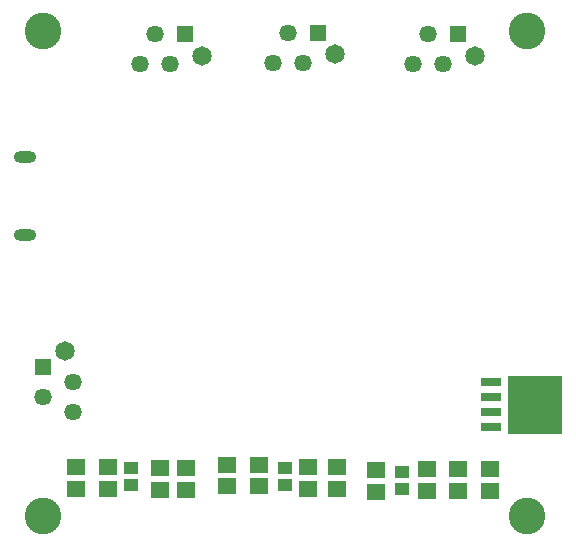
<source format=gbr>
%TF.GenerationSoftware,Altium Limited,Altium Designer,22.10.1 (41)*%
G04 Layer_Color=16711935*
%FSLAX45Y45*%
%MOMM*%
%TF.SameCoordinates,087233EE-98F5-4CDC-9370-A7D44EC71BE6*%
%TF.FilePolarity,Negative*%
%TF.FileFunction,Soldermask,Bot*%
%TF.Part,Single*%
G01*
G75*
%TA.AperFunction,SMDPad,CuDef*%
%ADD52R,1.50822X1.40574*%
%ADD57R,1.15000X1.05000*%
%ADD58R,1.72000X0.70000*%
%ADD59R,4.68000X4.90000*%
%TA.AperFunction,WasherPad*%
%ADD60C,3.10000*%
%TA.AperFunction,ComponentPad*%
%ADD61O,1.90000X1.00000*%
%ADD62R,1.45800X1.45800*%
%ADD63C,1.45800*%
%ADD64C,1.65000*%
%ADD65R,1.45800X1.45800*%
D52*
X3820000Y992624D02*
D03*
Y807376D02*
D03*
X3550000Y992624D02*
D03*
Y807376D02*
D03*
X3120000Y982624D02*
D03*
Y797376D02*
D03*
X4090000Y992624D02*
D03*
Y807376D02*
D03*
X2790000Y1012624D02*
D03*
Y827376D02*
D03*
X2550000Y1012624D02*
D03*
Y827376D02*
D03*
X2130000Y1032624D02*
D03*
Y847375D02*
D03*
X1860000Y1032624D02*
D03*
Y847375D02*
D03*
X1290000Y1002624D02*
D03*
Y817376D02*
D03*
X850000Y1012624D02*
D03*
Y827376D02*
D03*
X1510000Y1002624D02*
D03*
Y817376D02*
D03*
X580000Y1012624D02*
D03*
Y827376D02*
D03*
D57*
X2350000Y1002500D02*
D03*
Y857500D02*
D03*
X3340000Y827500D02*
D03*
Y972500D02*
D03*
X1050000Y857500D02*
D03*
Y1002500D02*
D03*
D58*
X4099000Y1603500D02*
D03*
Y1476500D02*
D03*
Y1349500D02*
D03*
Y1730500D02*
D03*
D59*
X4470000Y1540000D02*
D03*
D60*
X4400000Y4700000D02*
D03*
X300000Y600000D02*
D03*
X4400000D02*
D03*
X300000Y4700000D02*
D03*
D61*
X149640Y2973867D02*
D03*
Y3633867D02*
D03*
D62*
X3817000Y4674000D02*
D03*
X2634000Y4690000D02*
D03*
X1507000Y4674000D02*
D03*
D63*
X3690000Y4420000D02*
D03*
X3563000Y4674000D02*
D03*
X3436000Y4420000D02*
D03*
X560000Y1730000D02*
D03*
X306000Y1603000D02*
D03*
X560000Y1476000D02*
D03*
X2507000Y4436000D02*
D03*
X2380000Y4690000D02*
D03*
X2253000Y4436000D02*
D03*
X1380000Y4420000D02*
D03*
X1253000Y4674000D02*
D03*
X1126000Y4420000D02*
D03*
D64*
X3957000Y4494000D02*
D03*
X486000Y1997000D02*
D03*
X2774000Y4510000D02*
D03*
X1647000Y4494000D02*
D03*
D65*
X306000Y1857000D02*
D03*
%TF.MD5,26d08ced268d8625edc7849747253d3f*%
M02*

</source>
